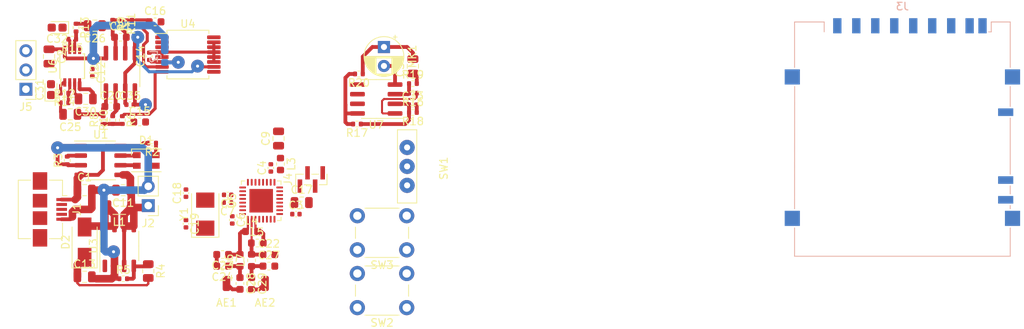
<source format=kicad_pcb>
(kicad_pcb (version 20211014) (generator pcbnew)
  (layers (0 "F.Cu" signal) (31 "B.Cu" signal) (34 "B.Paste" user) (35 "F.Paste" user) (36 "B.SilkS" user "B.Silkscreen") (37 "F.SilkS" user "F.Silkscreen") (38 "B.Mask" user) (39 "F.Mask" user) (44 "Edge.Cuts" user))
  (net 0 "")
  (net 1 "Net-(AE1-Pad1)")
  (net 2 "Net-(AE2-Pad1)")
  (net 3 "GND")
  (net 4 "+4V")
  (net 5 "+VSW")
  (net 6 "+6V")
  (net 7 "Net-(C14-Pad1)")
  (net 8 "Net-(C15-Pad1)")
  (net 9 "Net-(C16-Pad1)")
  (net 10 "Net-(C17-Pad1)")
  (net 11 "Net-(C18-Pad1)")
  (net 12 "Net-(C19-Pad1)")
  (net 13 "Net-(C20-Pad1)")
  (net 14 "Net-(C20-Pad2)")
  (net 15 "Net-(C21-Pad1)")
  (net 16 "Net-(C21-Pad2)")
  (net 17 "Net-(C22-Pad1)")
  (net 18 "Net-(C23-Pad1)")
  (net 19 "Net-(C24-Pad1)")
  (net 20 "Net-(C25-Pad2)")
  (net 21 "Net-(C26-Pad2)")
  (net 22 "Net-(C27-Pad1)")
  (net 23 "Net-(C30-Pad2)")
  (net 24 "Net-(C31-Pad1)")
  (net 25 "Net-(C31-Pad2)")
  (net 26 "Net-(C32-Pad1)")
  (net 27 "Net-(C32-Pad2)")
  (net 28 "Net-(C33-Pad1)")
  (net 29 "Net-(C34-Pad1)")
  (net 30 "Net-(C34-Pad2)")
  (net 32 "Net-(D2-Pad2)")
  (net 36 "Net-(J3-Pad1)")
  (net 37 "Net-(J3-Pad2)")
  (net 38 "Net-(J3-Pad7)")
  (net 41 "Net-(J4-Pad1)")
  (net 42 "Net-(J4-Pad2)")
  (net 43 "Net-(J4-Pad3)")
  (net 44 "Net-(L3-Pad2)")
  (net 45 "Net-(L4-Pad2)")
  (net 46 "Net-(R3-Pad2)")
  (net 47 "Net-(R4-Pad1)")
  (net 48 "Net-(R6-Pad1)")
  (net 49 "Net-(R7-Pad1)")
  (net 50 "Net-(R12-Pad2)")
  (net 51 "Net-(R13-Pad2)")
  (net 52 "/MIC")
  (net 53 "Net-(R16-Pad2)")
  (net 54 "Net-(U2-Pad5)")
  (net 55 "/PA_SDN")
  (net 56 "Net-(C1-Pad1)")
  (net 57 "Net-(D1-Pad1)")
  (net 58 "Net-(D1-Pad2)")
  (net 59 "Net-(D1-Pad4)")
  (net 60 "Net-(J3-Pad5)")
  (net 61 "Net-(SW1-PadA)")
  (net 62 "Net-(SW1-PadB)")
  (net 63 "Net-(SW1-PadC)")
  (net 64 "Net-(SW2-Pad2)")
  (net 65 "Net-(SW3-Pad2)")
  (net 66 "/ADC_BCK")
  (net 67 "/ADC_DATA")
  (net 68 "/ADC_LRCLK")
  (net 69 "/ADC_SCK")
  (footprint "Resistor_SMD:R_0402_1005Metric" (layer "F.Cu") (at 157.28 60.368)
    (fp_text reference "R19")
    (fp_text value "1k")
  )
  (footprint "Capacitor_SMD:C_0603_1608Metric" (layer "F.Cu") (at 132.22 82.918 180)
    (fp_text reference "C23")
    (fp_text value "1.2p")
  )
  (footprint "Capacitor_SMD:C_0603_1608Metric" (layer "F.Cu") (at 136.03 86.741 -90)
    (fp_text reference "C29")
    (fp_text value "12p")
  )
  (footprint "Package_SO:SOP-8_3.9x4.9mm_P1.27mm" (layer "F.Cu") (at 116.163 70.502)
    (fp_text reference "U1")
    (fp_text value "TP4056")
  )
  (footprint "Capacitor_SMD:C_0805_2012Metric" (layer "F.Cu") (at 139.586 67.612 90)
    (fp_text reference "C9")
    (fp_text value "10")
  )
  (footprint "Capacitor_SMD:C_0603_1608Metric" (layer "F.Cu") (at 134.506 86.728 -90)
    (fp_text reference "C28")
    (fp_text value "12p")
  )
  (footprint "Capacitor_SMD:C_0805_2012Metric" (layer "F.Cu") (at 112.1575 64.417 180)
    (fp_text reference "C25")
    (fp_text value "1uF")
  )
  (footprint "Capacitor_SMD:C_0805_2012Metric" (layer "F.Cu") (at 109.3635 56.795 -90)
    (fp_text reference "C2")
    (fp_text value "10")
  )
  (footprint "Resistor_SMD:R_0402_1005Metric" (layer "F.Cu") (at 111.3955 61.623 180)
    (fp_text reference "R14")
    (fp_text value "10k")
  )
  (footprint "Connector_USB:USB_Micro-B_Amphenol_10104110_Horizontal" (layer "F.Cu") (at 109.474 76.962 -90)
    (fp_text reference "J1")
    (fp_text value "USB_B_Micro")
  )
  (footprint "Connector_Wire:SolderWirePad_1x01_SMD_1x2mm" (layer "F.Cu") (at 132.728 86.728 180)
    (fp_text reference "AE1")
    (fp_text value ".")
  )
  (footprint "Resistor_SMD:R_0402_1005Metric" (layer "F.Cu") (at 157.278 61.638 180)
    (fp_text reference "R16")
    (fp_text value "100k")
  )
  (footprint "Resistor_SMD:R_0402_1005Metric" (layer "F.Cu") (at 157.278 64.178 180)
    (fp_text reference "R18")
    (fp_text value "100k")
  )
  (footprint "Resistor_SMD:R_0402_1005Metric" (layer "F.Cu") (at 150.168 59.098 180)
    (fp_text reference "R20")
    (fp_text value "10k")
  )
  (footprint "Capacitor_SMD:C_0402_1005Metric" (layer "F.Cu") (at 132.855 76.06 180)
    (fp_text reference "C7")
    (fp_text value "0.1")
  )
  (footprint "Resistor_SMD:R_0402_1005Metric" (layer "F.Cu") (at 119.126 86.106)
    (fp_text reference "R5")
    (fp_text value "10k")
  )
  (footprint "Capacitor_SMD:C_0402_1005Metric" (layer "F.Cu") (at 138.57 71.488 90)
    (fp_text reference "C4")
    (fp_text value "0.1")
  )
  (footprint "Resistor_SMD:R_0402_1005Metric" (layer "F.Cu") (at 119.0155 65.177 -90)
    (fp_text reference "R6")
    (fp_text value "33R")
  )
  (footprint "Package_SO:SOIC-8_3.9x4.9mm_P1.27mm" (layer "F.Cu") (at 118.7615 58.827 90)
    (fp_text reference "U2")
    (fp_text value "LM358")
  )
  (footprint "Capacitor_THT:CP_Radial_D5.0mm_P2.50mm" (layer "F.Cu") (at 153.468 55.542 -90)
    (fp_text reference "MK1")
    (fp_text value ".")
  )
  (footprint "Capacitor_Tantalum_SMD:CP_EIA-1608-08_AVX-J" (layer "F.Cu") (at 110.429 52.985 180)
    (fp_text reference "C32")
    (fp_text value "100uF")
  )
  (footprint "local:mouse_encoder" (layer "F.Cu") (at 156.516 71.29 90)
    (fp_text reference "SW1")
    (fp_text value "RotaryEncoder")
  )
  (footprint "Capacitor_SMD:C_0805_2012Metric" (layer "F.Cu") (at 114.1895 62.383 180)
    (fp_text reference "C30")
    (fp_text value "1uF")
  )
  (footprint "Capacitor_SMD:C_0402_1005Metric" (layer "F.Cu") (at 133.49 78.346 -90)
    (fp_text reference "C6")
    (fp_text value "0.1")
  )
  (footprint "Capacitor_SMD:C_0805_2012Metric" (layer "F.Cu") (at 114.046 85.852)
    (fp_text reference "C13")
    (fp_text value "10")
  )
  (footprint "Resistor_SMD:R_0402_1005Metric" (layer "F.Cu") (at 116.4755 65.177 90)
    (fp_text reference "R8")
    (fp_text value "33R")
  )
  (footprint "Capacitor_SMD:C_0402_1005Metric" (layer "F.Cu") (at 127.394 78.854 -90)
    (fp_text reference "C19")
    (fp_text value "20p")
  )
  (footprint "Crystal:Crystal_SMD_5032-2Pin_5.0x3.2mm" (layer "F.Cu") (at 129.934 77.584 90)
    (fp_text reference "Y1")
    (fp_text value "24M")
  )
  (footprint "Capacitor_SMD:C_0402_1005Metric" (layer "F.Cu") (at 115.062 58.928 -90)
    (fp_text reference "C12")
    (fp_text value "0.1")
  )
  (footprint "Capacitor_SMD:C_0805_2012Metric" (layer "F.Cu") (at 119.126 74.422 180)
    (fp_text reference "C11")
    (fp_text value "10")
  )
  (footprint "Capacitor_SMD:C_0603_1608Metric" (layer "F.Cu") (at 123.3335 52.223)
    (fp_text reference "C16")
    (fp_text value "0.33uF")
  )
  (footprint "Capacitor_SMD:C_0805_2012Metric" (layer "F.Cu") (at 114.046 74.422)
    (fp_text reference "C1")
    (fp_text value "10")
  )
  (footprint "Capacitor_Tantalum_SMD:CP_EIA-1608-08_AVX-J" (layer "F.Cu") (at 109.6175 61.1625 90)
    (fp_text reference "C31")
    (fp_text value "100uF")
  )
  (footprint "Inductor_SMD:L_0603_1608Metric" (layer "F.Cu") (at 136.03 79.87)
    (fp_text reference "L4")
    (fp_text value "15uH")
  )
  (footprint "Capacitor_SMD:C_0402_1005Metric" (layer "F.Cu") (at 141.872 77.584)
    (fp_text reference "C3")
    (fp_text value "0.1")
  )
  (footprint "Capacitor_SMD:C_0805_2012Metric" (layer "F.Cu") (at 115.3935 52.731 180)
    (fp_text reference "C26")
    (fp_text value "1uF")
  )
  (footprint "Diode_SMD:D_SMA" (layer "F.Cu") (at 114.046 81.28 90)
    (fp_text reference "D2")
    (fp_text value "1N5822")
  )
  (footprint "Resistor_SMD:R_0402_1005Metric" (layer "F.Cu") (at 112.9195 52.985 -90)
    (fp_text reference "R13")
    (fp_text value "10k")
  )
  (footprint "Connector_PinHeader_2.54mm:PinHeader_1x03_P2.54mm_Vertical" (layer "F.Cu") (at 106.3155 61.113 180)
    (fp_text reference "J5")
    (fp_text value "speakers")
  )
  (footprint "Capacitor_SMD:C_0603_1608Metric" (layer "F.Cu") (at 118.7615 54.255)
    (fp_text reference "C21")
    (fp_text value "470p")
  )
  (footprint "Capacitor_SMD:C_0402_1005Metric" (layer "F.Cu") (at 127.394 74.818 90)
    (fp_text reference "C18")
    (fp_text value "20p")
  )
  (footprint "Capacitor_SMD:C_0402_1005Metric" (layer "F.Cu") (at 122.5715 56.767 90)
    (fp_text reference "C14")
    (fp_text value "0.1")
  )
  (footprint "Package_DFN_QFN:HVQFN-32-1EP_5x5mm_P0.5mm_EP3.1x3.1mm" (layer "F.Cu") (at 137.3 75.819 90)
    (fp_text reference "U5")
    (fp_text value "CC2640")
  )
  (footprint "Capacitor_SMD:C_0402_1005Metric" (layer "F.Cu") (at 157.25 63.162)
    (fp_text reference "C33")
    (fp_text value "0.1")
  )
  (footprint "Capacitor_SMD:C_0603_1608Metric" (layer "F.Cu") (at 117.4915 63.399)
    (fp_text reference "C20")
    (fp_text value "470p")
  )
  (footprint "Connector_PinHeader_1.00mm:PinHeader_1x04_P1.00mm_Vertical_SMD_Pin1Left" (layer "F.Cu") (at 143.904 73.012 90)
    (fp_text reference "J4")
    (fp_text value "swd")
  )
  (footprint "Resistor_SMD:R_0402_1005Metric" (layer "F.Cu") (at 119.0155 52.477 -90)
    (fp_text reference "R11")
    (fp_text value "10k")
  )
  (footprint "Inductor_SMD:L_0603_1608Metric" (layer "F.Cu") (at 134.506 83.68 90)
    (fp_text reference "L6")
    (fp_text value "2uH")
  )
  (footprint "Capacitor_SMD:C_0805_2012Metric" (layer "F.Cu") (at 142.634 76.06)
    (fp_text reference "C17")
    (fp_text value "10uF")
  )
  (footprint "Capacitor_SMD:C_0603_1608Metric" (layer "F.Cu") (at 138.316 82.918)
    (fp_text reference "C22")
    (fp_text value "1.2p")
  )
  (footprint "Resistor_SMD:R_0402_1005Metric" (layer "F.Cu") (at 117.7455 65.177 90)
    (fp_text reference "R10")
    (fp_text value "10k")
  )
  (footprint "Connector_PinHeader_2.54mm:PinHeader_1x02_P2.54mm_Vertical" (layer "F.Cu") (at 122.428 76.459 180)
    (fp_text reference "J2")
    (fp_text value "battery")
  )
  (footprint "Resistor_SMD:R_0402_1005Metric" (layer "F.Cu") (at 120.2855 52.477 90)
    (fp_text reference "R7")
    (fp_text value "33R")
  )
  (footprint "Resistor_SMD:R_0805_2012Metric" (layer "F.Cu") (at 122.428 85.09 -90)
    (fp_text reference "R4")
    (fp_text value "22k")
  )
  (footprint "Inductor_SMD:L_1206_3216Metric" (layer "F.Cu") (at 118.618 76.708 180)
    (fp_text reference "L1")
    (fp_text value "47uH")
  )
  (footprint "Inductor_SMD:L_0603_1608Metric" (layer "F.Cu") (at 136.03 83.68 90)
    (fp_text reference "L7")
    (fp_text value "2uH")
  )
  (footprint "Capacitor_SMD:C_0805_2012Metric" (layer "F.Cu") (at 157.278 58.082 90)
    (fp_text reference "C34")
    (fp_text value "1uF")
  )
  (footprint "Button_Switch_THT:SW_PUSH_6mm" (layer "F.Cu") (at 156.464 89.916 180)
    (fp_text reference "SW2")
    (fp_text value "next")
  )
  (footprint "Inductor_SMD:L_0603_1608Metric" (layer "F.Cu") (at 136.792 81.394)
    (fp_text reference "L5")
    (fp_text value "15uH")
  )
  (footprint "Resistor_SMD:R_0402_1005Metric" (layer "F.Cu") (at 122.936 68.216 180)
    (fp_text reference "R2")
    (fp_text value "1k")
  )
  (footprint "Capacitor_SMD:C_0603_1608Metric" (layer "F.Cu") (at 121.3015 65.431)
    (fp_text reference "C15")
    (fp_text value "0.33uF")
  )
  (footprint "Capacitor_SMD:C_0603_1608Metric" (layer "F.Cu") (at 132.22 84.442 180)
    (fp_text reference "C24")
    (fp_text value "1.2p")
  )
  (footprint "Capacitor_SMD:C_0402_1005Metric" (layer "F.Cu") (at 120.0315 63.145)
    (fp_text reference "C35")
    (fp_text value "0.1")
  )
  (footprint "Package_SO:SOIC-8_3.9x4.9mm_P1.27mm" (layer "F.Cu") (at 152.452 62.4 180)
    (fp_text reference "U7")
    (fp_text value "LM358")
  )
  (footprint "Button_Switch_THT:SW_PUSH_6mm" (layer "F.Cu") (at 156.464 82.296 180)
    (fp_text reference "SW3")
    (fp_text value "play")
  )
  (footprint "Resistor_SMD:R_0402_1005Metric" (layer "F.Cu") (at 112.4135 54.509 180)
    (fp_text reference "R15")
    (fp_text value "10k")
  )
  (footprint "Package_SO:SSOP-16_5.3x6.2mm_P0.65mm" (layer "F.Cu") (at 127.6515 56.541)
    (fp_text reference "U4")
    (fp_text value "PCM1754")
  )
  (footprint "Resistor_SMD:R_0402_1005Metric" (layer "F.Cu") (at 111.3955 62.893)
    (fp_text reference "R12")
    (fp_text value "10k")
  )
  (footprint "Capacitor_SMD:C_0603_1608Metric" (layer "F.Cu") (at 138.316 84.442)
    (fp_text reference "C27")
    (fp_text value "1.2p")
  )
  (footprint "Resistor_SMD:R_0402_1005Metric" (layer "F.Cu") (at 149.914 65.702 180)
    (fp_text reference "R17")
    (fp_text value "100k")
  )
  (footprint "Resistor_SMD:R_0402_1005Metric" (layer "F.Cu") (at 117.7455 52.477 -90)
    (fp_text reference "R9")
    (fp_text value "33R")
  )
  (footprint "Inductor_SMD:L_0603_1608Metric" (layer "F.Cu") (at 139.84 70.98 -90)
    (fp_text reference "L3")
    (fp_text value "10uH")
  )
  (footprint "Package_SO:SOP-8_3.9x4.9mm_P1.27mm" (layer "F.Cu") (at 118.618 81.788 90)
    (fp_text reference "U3")
    (fp_text value "ME2149")
  )
  (footprint "Resistor_SMD:R_0402_1005Metric" (layer "F.Cu") (at 111.76 70.502 90)
    (fp_text reference "R3")
    (fp_text value "1k")
  )
  (footprint "Package_SO:TSSOP-8_3x3mm_P0.65mm" (layer "F.Cu") (at 112.4115 58.067 90)
    (fp_text reference "U6")
    (fp_text value "LM4810")
  )
  (footprint "LED_SMD:LED_Cree-PLCC4_3.2x2.8mm_CCW" (layer "F.Cu") (at 122.174 70.502)
    (fp_text reference "D1")
    (fp_text value "LED_RGBA")
  )
  (footprint "Connector_Wire:SolderWirePad_1x01_SMD_1x2mm" (layer "F.Cu") (at 137.808 86.728 180)
    (fp_text reference "AE2")
    (fp_text value ".")
  )
  (footprint "Capacitor_SMD:C_0402_1005Metric" (layer "F.Cu") (at 132.883 75.044 180)
    (fp_text reference "C5")
    (fp_text value "0.1")
  )
  (footprint "Connector_Card:SD_Hirose_DM1AA_SF_PEJ82" (layer "B.Cu") (at 221.742 67.6915 180)
    (fp_text reference "J3")
    (fp_text value "SD_Card")
  )
  (footprint "Inductor_SMD:L_0603_1608Metric" (layer "B.Cu") (at 124.6035 56.795 -90)
    (fp_text reference "L2")
    (fp_text value "470uH")
  )
  (segment (start 134.506 87.503) (end 133.503 87.503) (width 0.5) (layer "F.Cu") (net 1))
  (segment (start 133.503 87.503) (end 132.728 86.728) (width 0.5) (layer "F.Cu") (net 1))
  (segment (start 137.02 87.516) (end 137.808 86.728) (width 0.5) (layer "F.Cu") (net 2))
  (segment (start 136.03 87.516) (end 137.02 87.516) (width 0.5) (layer "F.Cu") (net 2))
  (segment (start 113.3865 61.072) (end 113.4275 61.113) (width 0.5) (layer "F.Cu") (net 3))
  (segment (start 113.4275 61.113) (end 114.6975 61.113) (width 0.5) (layer "F.Cu") (net 3))
  (segment (start 113.538 68.597) (end 110.727 68.597) (width 0.5) (layer "F.Cu") (net 3))
  (segment (start 120.6665 61.302) (end 120.6665 62.99) (width 0.5) (layer "F.Cu") (net 3))
  (segment (start 154.927 58.271) (end 154.698 58.042) (width 0.5) (layer "F.Cu") (net 3))
  (segment (start 113.3865 60.217) (end 113.3865 61.072) (width 0.5) (layer "F.Cu") (net 3))
  (segment (start 120.5115 63.145) (end 122.0635 63.145) (width 0.5) (layer "F.Cu") (net 3))
  (segment (start 117.602 86.106) (end 117.983 85.725) (width 1) (layer "F.Cu") (net 3))
  (segment (start 117.983 82.677) (end 117.856 82.55) (width 0.5) (layer "F.Cu") (net 3))
  (segment (start 111.885 71.137) (end 111.76 71.012) (width 0.5) (layer "F.Cu") (net 3))
  (segment (start 112.178 78.262) (end 112.492 77.948) (width 0.5) (layer "F.Cu") (net 3))
  (segment (start 113.538 71.137) (end 111.885 71.137) (width 0.5) (layer "F.Cu") (net 3))
  (segment (start 110.49 70.866) (end 110.49 68.834) (width 0.5) (layer "F.Cu") (net 3))
  (segment (start 117.983 82.423) (end 118.11 82.296) (width 1) (layer "F.Cu") (net 3))
  (segment (start 157.788 63.22) (end 157.73 63.162) (width 0.5) (layer "F.Cu") (net 3))
  (segment (start 154.698 58.042) (end 153.468 58.042) (width 0.5) (layer "F.Cu") (net 3))
  (segment (start 157.788 64.178) (end 157.788 63.22) (width 0.5) (layer "F.Cu") (net 3))
  (segment (start 115.57 86.106) (end 117.602 86.106) (width 1) (layer "F.Cu") (net 3))
  (segment (start 110.636 71.012) (end 110.49 70.866) (width 0.5) (layer "F.Cu") (net 3))
  (segment (start 111.024 78.262) (end 112.178 78.262) (width 0.5) (layer "F.Cu") (net 3))
  (segment (start 111.76 71.012) (end 110.636 71.012) (width 0.5) (layer "F.Cu") (net 3))
  (segment (start 114.996 76.774) (end 114.808 76.962) (width 1) (layer "F.Cu") (net 3))
  (segment (start 124.239 56.866) (end 124.239 56.216) (width 0.4) (layer "F.Cu") (net 3))
  (segment (start 131.445 84.442) (end 131.445 82.918) (width 0.5) (layer "F.Cu") (net 3))
  (segment (start 120.6665 62.99) (end 120.5115 63.145) (width 0.5) (layer "F.Cu") (net 3))
  (segment (start 154.927 60.495) (end 154.927 58.271) (width 0.5) (layer "F.Cu") (net 3))
  (segment (start 118.176 74.422) (end 114.996 74.422) (width 1) (layer "F.Cu") (net 3))
  (segment (start 114.6975 61.113) (end 115.1395 61.555) (width 0.5) (layer "F.Cu") (net 3))
  (segment (start 114.808 76.962) (end 112.776 76.962) (width 1) (layer "F.Cu") (net 3))
  (segment (start 114.996 74.422) (end 114.996 76.774) (width 1) (layer "F.Cu") (net 3))
  (segment (start 115.1395 61.555) (end 115.1395 62.383) (width 0.5) (layer "F.Cu") (net 3))
  (segment (start 122.6425 56.216) (end 122.5715 56.287) (width 0.4) (layer "F.Cu") (net 3))
  (segment (start 112.446489 77.291511) (end 112.446489 77.948) (width 1) (layer "F.Cu") (net 3))
  (segment (start 124.239 56.216) (end 131.064 56.216) (width 0.4) (layer "F.Cu") (net 3))
  (segment (start 118.616 86.106) (end 117.602 86.106) (width 0.5) (layer "F.Cu") (net 3))
  (segment (start 117.983 84.413) (end 117.983 82.423) (width 1) (layer "F.Cu") (net 3))
  (segment (start 112.776 76.962) (end 112.446489 77.291511) (width 1) (layer "F.Cu") (net 3))
  (segment (start 131.064 54.916) (end 131.064 57.516) (width 0.4) (layer "F.Cu") (net 3))
  (segment (start 117.983 85.725) (end 117.983 84.413) (width 1) (layer "F.Cu") (net 3))
  (segment (start 110.727 68.597) (end 110.49 68.834) (width 0.5) (layer "F.Cu") (net 3))
  (segment (start 124.239 56.216) (end 122.6425 56.216) (width 0.4) (layer "F.Cu") (net 3))
  (via (at 110.49 68.834) (size 1.7) (drill 0.4) (layers "F.Cu" "B.Cu") (net 3))
  (via (at 117.856 82.55) (size 1.7) (drill 0.4) (layers "F.Cu" "B.Cu") (net 3))
  (via (at 116.586 74.422) (size 1.7) (drill 0.4) (layers "F.Cu" "B.Cu") (net 3))
  (via (at 122.0635 63.145) (size 1.7) (drill 0.4) (layers "F.Cu" "B.Cu") (net 3))
  (segment (start 121.666 68.834) (end 110.49 68.834) (width 1) (layer "B.Cu") (net 3))
  (segment (start 122.428 69.596) (end 121.666 68.834) (width 1) (layer "B.Cu") (net 3))
  (segment (start 116.84 82.55) (end 117.856 82.55) (width 1) (layer "B.Cu") (net 3))
  (segment (start 116.586 74.422) (end 121.925 74.422) (width 1) (layer "B.Cu") (net 3))
  (segment (start 122.428 73.919) (end 122.428 69.596) (width 1) (layer "B.Cu") (net 3))
  (segment (start 121.925 74.422) (end 122.428 73.919) (width 1) (layer "B.Cu") (net 3))
  (segment (start 116.586 74.422) (end 116.586 82.296) (width 1) (layer "B.Cu") (net 3))
  (segment (start 116.586 82.296) (end 116.84 82.55) (width 1) (layer "B.Cu") (net 3))
  (segment (start 120.076 72.832) (end 119.651 72.407) (width 1) (layer "F.Cu") (net 4))
  (segment (start 120.193 74.539) (end 120.076 74.422) (width 1) (layer "F.Cu") (net 4))
  (segment (start 120.076 76.591) (end 120.193 76.708) (width 1) (layer "F.Cu") (net 4))
  (segment (start 120.523 77.038) (end 120.193 76.708) (width 1) (layer "F.Cu") (net 4))
  (segment (start 119.253 84.413) (end 119.253 79.163) (width 0.5) (layer "F.Cu") (net 4))
  (segment (start 119.253 77.648) (end 120.193 76.708) (width 1) (layer "F.Cu") (net 4))
  (segment (start 120.076 74.422) (end 120.076 72.832) (width 1) (layer "F.Cu") (net 4))
  (segment (start 119.253 79.163) (end 120.523 79.163) (width 1) (layer "F.Cu") (net 4))
  (segment (start 120.193 76.708) (end 122.179 76.708) (width 1) (layer "F.Cu") (net 4))
  (segment (start 119.253 79.163) (end 119.253 77.648) (width 1) (layer "F.Cu") (net 4))
  (segment (start 120.523 79.163) (end 120.523 77.038) (width 1) (layer "F.Cu") (net 4))
  (segment (start 120.193 76.708) (end 120.193 74.539) (width 1) (layer "F.Cu") (net 4))
  (segment (start 119.651 72.407) (end 119.086 72.407) (width 1) (layer "F.Cu") (net 4))
  (segment (start 122.179 76.708) (end 122.428 76.459) (width 1) (layer "F.Cu") (net 4))
  (segment (start 148.388 63.162) (end 148.388 59.606) (width 0.5) (layer "F.Cu") (net 6))
  (segment (start 113.096 85.852) (end 113.096 84.23) (width 1) (layer "F.Cu") (net 6))
  (segment (start 113.096 86.68) (end 113.37152 86.95552) (width 0.3) (layer "F.Cu") (net 6))
  (segment (start 109.3635 55.845) (end 111.3645 55.845) (width 0.5) (layer "F.Cu") (net 6))
  (segment (start 116.8565 56.922) (end 116.7295 57.049) (width 0.5) (layer "F.Cu") (net 6))
  (segment (start 122.428 86.7645) (end 122.428 86.0025) (width 0.3) (layer "F.Cu") (net 6))
  (segment (start 148.388 63.162) (end 148.388 65.448) (width 0.5) (layer "F.Cu") (net 6))
  (segment (start 115.2055 57.049) (end 111.6495 57.049) (width 0.5) (layer "F.Cu") (net 6))
  (segment (start 148.388 59.606) (end 148.896 59.098) (width 0.5) (layer "F.Cu") (net 6))
  (segment (start 149.977 64.305) (end 148.515 64.305) (width 0.5) (layer "F.Cu") (net 6))
  (segment (start 122.23698 86.95552) (end 122.428 86.7645) (width 0.3) (layer "F.Cu") (net 6))
  (segment (start 148.642 65.702) (end 149.404 65.702) (width 0.5) (layer "F.Cu") (net 6))
  (segment (start 113.096 85.852) (end 113.096 86.68) (width 0.3) (layer "F.Cu") (net 6))
  (segment (start 111.4365 56.836) (end 111.4365 55.917) (width 0.5) (layer "F.Cu") (net 6))
  (segment (start 113.37152 86.95552) (end 122.23698 86.95552) (width 0.3) (layer "F.Cu") (net 6))
  (segment (start 111.3645 55.845) (end 111.4365 55.917) (width 0.5) (layer "F.Cu") (net 6))
  (segment (start 113.096 84.23) (end 114.046 83.28) (width 1) (layer "F.Cu") (net 6))
  (segment (start 148.388 65.448) (end 148.642 65.702) (width 0.5) (layer "F.Cu") (net 6))
  (segment (start 148.896 59.098) (end 149.658 59.098) (width 0.5) (layer "F.Cu") (net 6))
  (segment (start 148.388 64.178) (end 148.388 63.162) (width 0.5) (layer "F.Cu") (net 6))
  (segment (start 116.8565 56.352) (end 116.8565 56.922) (width 0.5) (layer "F.Cu") (net 6))
  (segment (start 111.6495 57.049) (end 111.4365 56.836) (width 0.5) (layer "F.Cu") (net 6))
  (segment (start 116.7295 57.049) (end 115.2055 57.049) (width 0.5) (layer "F.Cu") (net 6))
  (segment (start 148.515 64.305) (end 148.388 64.178) (width 0.5) (layer "F.Cu") (net 6))
  (via (at 115.2055 57.049) (size 1.7) (drill 0.4) (layers "F.Cu" "B.Cu") (net 6))
  (segment (start 123.053989 52.705489) (end 115.739011 52.705489) (width 1) (layer "B.Cu") (net 6))
  (segment (start 115.739011 52.705489) (end 115.2055 53.239) (width 1) (layer "B.Cu") (net 6))
  (segment (start 123.5875 53.239) (end 123.053989 52.705489) (width 1) (layer "B.Cu") (net 6))
  (segment (start 124.6035 54.255) (end 123.5875 53.239) (width 1) (layer "B.Cu") (net 6))
  (segment (start 115.2055 53.239) (end 115.2055 57.049) (width 1) (layer "B.Cu") (net 6))
  (segment (start 124.6035 56.0075) (end 124.6035 54.255) (width 1) (layer "B.Cu") (net 6))
  (segment (start 124.6035 54.255) (end 123.053989 52.705489) (width 1) (layer "B.Cu") (net 6))
  (segment (start 122.8405 57.516) (end 122.5715 57.247) (width 0.4) (layer "F.Cu") (net 7))
  (segment (start 126.3405 57.516) (end 126.3815 57.557) (width 0.4) (layer "F.Cu") (net 7))
  (segment (start 124.239 57.516) (end 126.3405 57.516) (width 0.4) (layer "F.Cu") (net 7))
  (segment (start 124.239 57.516) (end 122.8405 57.516) (width 0.4) (layer "F.Cu") (net 7))
  (via (at 126.3815 57.557) (size 1.7) (drill 0.4) (layers "F.Cu" "B.Cu") (net 7))
  (segment (start 126.356 57.5825) (end 126.3815 57.557) (width 0.5) (layer "B.Cu") (net 7))
  (segment (start 124.6035 57.5825) (end 126.356 57.5825) (width 0.5) (layer "B.Cu") (net 7))
  (segment (start 116.4755 65.687) (end 119.0155 65.687) (width 0.5) (layer "F.Cu") (net 8))
  (segment (start 119.0155 51.967) (end 120.2855 51.967) (width 0.4) (layer "F.Cu") (net 9))
  (segment (start 117.7455 51.967) (end 119.0155 51.967) (width 0.4) (layer "F.Cu") (net 9))
  (segment (start 120.2855 51.967) (end 122.3025 51.967) (width 0.4) (layer "F.Cu") (net 9))
  (segment (start 122.3025 51.967) (end 122.5585 52.223) (width 0.4) (layer "F.Cu") (net 9))
  (segment (start 116.4755 64.667) (end 116.4755 63.64) (width 0.5) (layer "F.Cu") (net 13))
  (segment (start 116.8565 63.259) (end 116.7165 63.399) (width 0.5) (layer "F.Cu") (net 13))
  (segment (start 116.8565 61.302) (end 116.8565 63.259) (width 0.5) (layer "F.Cu") (net 13))
  (segment (start 116.4755 63.64) (end 116.7165 63.399) (width 0.5) (layer "F.Cu") (net 13))
  (segment (start 116.2255 64.417) (end 116.4755 64.667) (width 0.5) (layer "F.Cu") (net 13))
  (segment (start 113.1075 64.417) (end 116.2255 64.417) (width 0.5) (layer "F.Cu") (net 13))
  (segment (start 118.2665 63.894) (end 117.7455 64.415) (width 0.5) (layer "F.Cu") (net 14))
  (segment (start 118.1265 63.259) (end 118.2665 63.399) (width 0.5) (layer "F.Cu") (net 14))
  (segment (start 118.1265 61.302) (end 118.1265 63.259) (width 0.5) (layer "F.Cu") (net 14))
  (segment (start 117.7455 64.415) (end 117.7455 64.667) (width 0.5) (layer "F.Cu") (net 14))
  (segment (start 118.2665 63.399) (end 118.2665 63.894) (width 0.5) (layer "F.Cu") (net 14))
  (segment (start 116.5995 52.987) (end 116.3435 52.731) (width 0.5) (layer "F.Cu") (net 15))
  (segment (start 118.1265 56.352) (end 118.1265 54.395) (width 0.5) (layer "F.Cu") (net 15))
  (segment (start 117.7455 54.014) (end 117.9865 54.255) (width 0.5) (layer "F.Cu") (net 15))
  (segment (start 118.1265 54.395) (end 117.9865 54.255) (width 0.5) (layer "F.Cu") (net 15))
  (segment (start 117.7455 52.987) (end 117.7455 54.014) (width 0.5) (layer "F.Cu") (net 15))
  (segment (start 117.7455 52.987) (end 116.5995 52.987) (width 0.5) (layer "F.Cu") (net 15))
  (segment (start 119.0155 52.987) (end 119.0155 53.239) (width 0.5) (layer "F.Cu") (net 16))
  (segment (start 119.3965 54.395) (end 119.5365 54.255) (width 0.5) (layer "F.Cu") (net 16))
  (segment (start 119.3965 56.352) (end 119.3965 54.395) (width 0.5) (layer "F.Cu") (net 16))
  (segment (start 119.0155 53.239) (end 119.5365 53.76) (width 0.5) (layer "F.Cu") (net 16))
  (segment (start 119.5365 53.76) (end 119.5365 54.255) (width 0.5) (layer "F.Cu") (net 16))
  (segment (start 136.03 81.4195) (end 136.0045 81.394) (width 0.5) (layer "F.Cu") (net 17))
  (segment (start 136.0045 81.394) (end 136.03952 81.35898) (width 0.28) (layer "F.Cu") (net 17))
  (segment (start 137.541 82.918) (end 136.0555 82.918) (width 0.5) (layer "F.Cu") (net 17))
  (segment (start 136.03952 81.35898) (end 136.03952 78.26698) (width 0.28) (layer "F.Cu") (net 17))
  (segment (start 136.0555 82.918) (end 136.03 82.8925) (width 0.5) (layer "F.Cu") (net 17))
  (segment (start 136.03952 78.26698) (end 136.05 78.2565) (width 0.28) (layer "F.Cu") (net 17))
  (segment (start 136.03 82.8925) (end 136.03 81.4195) (width 0.5) (layer "F.Cu") (net 17))
  (segment (start 134.506 80.137) (end 134.773 79.87) (width 0.5) (layer "F.Cu") (net 18))
  (segment (start 135.55 79.5625) (end 135.2425 79.87) (width 0.3) (layer "F.Cu") (net 18))
  (segment (start 135.55 78.2565) (end 135.55 79.5625) (width 0.3) (layer "F.Cu") (net 18))
  (segment (start 134.773 79.87) (end 135.2425 79.87) (width 0.5) (layer "F.Cu") (net 18))
  (segment (start 134.506 82.8925) (end 134.506 80.137) (width 0.5) (layer "F.Cu") (net 18))
  (segment (start 132.995 82.918) (end 134.4805 82.918) (width 0.5) (layer "F.Cu") (net 18))
  (segment (start 134.4805 82.918) (end 134.506 82.8925) (width 0.5) (layer "F.Cu") (net 18))
  (segment (start 134.4805 84.442) (end 134.506 84.4675) (width 0.5) (layer "F.Cu") (net 19))
  (segment (start 134.506 85.953) (end 134.506 84.4675) (width 0.5) (layer "F.Cu") (net 19))
  (segment (start 132.995 84.442) (end 134.4805 84.442) (width 0.5) (layer "F.Cu") (net 19))
  (segment (start 110.8855 62.893) (end 110.8855 64.095) (width 0.4) (layer "F.Cu") (net 20))
  (segment (start 110.8855 64.095) (end 111.2075 64.417) (width 0.4) (layer "F.Cu") (net 20))
  (segment (start 114.1875 52.475) (end 114.4435 52.731) (width 0.5) (layer "F.Cu") (net 21))
  (segment (start 112.9195 52.475) (end 114.1875 52.475) (width 0.5) (layer "F.Cu") (net 21))
  (segment (start 136.03 85.966) (end 136.03 84.4675) (width 0.5) (layer "F.Cu") (net 22))
  (segment (start 137.541 84.442) (end 136.0555 84.442) (width 0.5) (layer "F.Cu") (net 22))
  (segment (start 136.0555 84.442) (end 136.03 84.4675) (width 0.5) (layer "F.Cu") (net 22))
  (segment (start 112.7365 61.628) (end 113.2395 62.131) (width 0.4) (layer "F.Cu") (net 23))
  (segment (start 112.7365 60.217) (end 112.7365 61.628) (width 0.4) (layer "F.Cu") (net 23))
  (segment (start 111.2755 60.217) (end 110.8855 60.607) (width 0.4) (layer "F.Cu") (net 24))
  (segment (start 111.4365 60.217) (end 111.2755 60.217) (width 0.4) (layer "F.Cu") (net 24))
  (segment (start 110.8855 60.607) (end 110.8855 61.623) (width 0.4) (layer "F.Cu") (net 24))
  (segment (start 112.0865 54.692) (end 111.9035 54.509) (width 0.4) (layer "F.Cu") (net 26))
  (segment (start 112.0865 55.917) (end 112.0865 54.692) (width 0.4) (layer "F.Cu") (net 26))
  (segment (start 156.77 64.176) (end 156.768 64.178) (width 0.5) (layer "F.Cu") (net 28))
  (segment (start 154.927 63.035) (end 156.643 63.035) (width 0.5) (layer "F.Cu") (net 28))
  (segment (start 156.768 64.178) (end 156.768 65.196) (width 0.5) (layer "F.Cu") (net 28))
  (segment (start 156.643 63.035) (end 156.77 63.162) (width 0.5) (layer "F.Cu") (net 28))
  (segment (start 156.77 63.162) (end 156.77 64.176) (width 0.5) (layer "F.Cu") (net 28))
  (segment (start 156.768 65.196) (end 156.262 65.702) (width 0.5) (layer "F.Cu") (net 28))
  (segment (start 156.262 65.702) (end 150.424 65.702) (width 0.5) (layer "F.Cu") (net 28))
  (segment (start 157.79 60.368) (end 157.79 59.544) (width 0.5) (layer "F.Cu") (net 29))
  (segment (start 157.79 59.544) (end 157.278 59.032) (width 0.5) (layer "F.Cu") (net 29))
  (segment (start 156.516 55.542) (end 153.468 55.542) (width 0.5) (layer "F.Cu") (net 30))
  (segment (start 150.678 56.808) (end 151.944 55.542) (width 0.5) (layer "F.Cu") (net 30))
  (segment (start 157.278 56.304) (end 156.516 55.542) (width 0.5) (layer "F.Cu") (net 30))
  (segment (start 150.678 59.098) (end 150.678 56.808) (width 0.5) (layer "F.Cu") (net 30))
  (segment (start 157.278 57.132) (end 157.278 56.304) (width 0.5) (layer "F.Cu") (net 30))
  (segment (start 151.944 55.542) (end 153.468 55.542) (width 0.5) (layer "F.Cu") (net 30))
  (segment (start 116.713 77.038) (end 117.043 76.708) (width 1) (layer "F.Cu") (net 32))
  (segment (start 117.983 79.163) (end 117.983 77.648) (width 1) (layer "F.Cu") (net 32))
  (segment (start 116.713 79.163) (end 114.183 79.163) (width 1) (layer "F.Cu") (net 32))
  (segment (start 116.713 79.163) (end 116.713 77.038) (width 1) (layer "F.Cu") (net 32))
  (segment (start 117.983 77.648) (end 117.043 76.708) (width 1) (layer "F.Cu") (net 32))
  (segment (start 114.183 79.163) (end 114.046 79.026) (width 1) (layer "F.Cu") (net 32))
  (segment (start 117.983 79.163) (end 116.713 79.163) (width 1) (layer "F.Cu") (net 32))
  (segment (start 136.55 78.2565) (end 136.55 79.6025) (width 0.3) (layer "F.Cu") (net 45))
  (segment (start 137.5795 80.1625) (end 137.287 79.87) (width 0.5) (layer "F.Cu") (net 45))
  (segment (start 137.287 79.87) (end 136.8175 79.87) (width 0.5) (layer "F.Cu") (net 45))
  (segment (start 136.55 79.6025) (end 136.8175 79.87) (width 0.3) (layer "F.Cu") (net 45))
  (segment (start 137.5795 81.394) (end 137.5795 80.1625) (width 0.5) (layer "F.Cu") (net 45))
  (segment (start 111.885 69.867) (end 111.76 69.992) (width 0.5) (layer "F.Cu") (net 46))
  (segment (start 113.538 69.867) (end 111.885 69.867) (width 0.5) (layer "F.Cu") (net 46))
  (segment (start 120.396 86.106) (end 119.636 86.106) (width 0.5) (layer "F.Cu") (net 47))
  (segment (start 120.5885 84.4785) (end 120.523 84.413) (width 0.5) (layer "F.Cu") (net 47))
  (segment (start 122.682 84.4785) (end 120.5885 84.4785) (width 0.5) (layer "F.Cu") (net 47))
  (segment (start 120.523 85.979) (end 120.396 86.106) (width 0.5) (layer "F.Cu") (net 47))
  (segment (start 120.523 84.413) (end 120.523 85.979) (width 0.5) (layer "F.Cu") (net 47))
  (segment (start 122.5715 64.415) (end 123.3335 63.653) (width 0.4) (layer "F.Cu") (net 48))
  (segment (start 119.2675 64.415) (end 122.5715 64.415) (width 0.4) (layer "F.Cu") (net 48))
  (segment (start 119.0155 64.667) (end 119.2675 64.415) (width 0.4) (layer "F.Cu") (net 48))
  (segment (start 123.3335 63.653) (end 123.3335 58.827) (width 0.4) (layer "F.Cu") (net 48))
  (segment (start 120.2875 52.985) (end 120.2855 52.987) (width 0.4) (layer "F.Cu") (net 49))
  (segment (start 122.297011 53.726511) (end 121.5555 52.985) (width 0.4) (layer "F.Cu") (net 49))
  (segment (start 121.8095 55.260076) (end 122.297011 54.772565) (width 0.4) (layer "F.Cu") (net 49))
  (segment (start 121.8095 57.811) (end 121.8095 55.260076) (width 0.4) (layer "F.Cu") (net 49))
  (segment (start 122.1645 58.166) (end 121.8095 57.811) (width 0.4) (layer "F.Cu") (net 49))
  (segment (start 122.297011 54.772565) (end 122.297011 53.726511) (width 0.4) (layer "F.Cu") (net 49))
  (segment (start 121.5555 52.985) (end 120.2875 52.985) (width 0.4) (layer "F.Cu") (net 49))
  (segment (start 124.239 58.166) (end 122.1645 58.166) (width 0.4) (layer "F.Cu") (net 49))
  (segment (start 112.0865 61.442) (end 111.9055 61.623) (width 0.4) (layer "F.Cu") (net 50))
  (segment (start 111.9055 61.623) (end 111.9055 62.893) (width 0.4) (layer "F.Cu") (net 50))
  (segment (start 112.0865 60.217) (end 112.0865 61.442) (width 0.4) (layer "F.Cu") (net 50))
  (segment (start 112.7365 55.917) (end 112.7365 54.696) (width 0.4) (layer "F.Cu") (net 51))
  (segment (start 112.9235 53.499) (end 112.9195 53.495) (width 0.5) (layer "F.Cu") (net 51))
  (segment (start 112.9235 54.509) (end 112.9235 53.499) (width 0.5) (layer "F.Cu") (net 51))
  (segment (start 112.7365 54.696) (end 112.9235 54.509) (width 0.4) (layer "F.Cu") (net 51))
  (segment (start 153.468 62.4) (end 153.214 62.654) (width 0.26) (layer "F.Cu") (net 52))
  (segment (start 157.532 62.4) (end 153.468 62.4) (width 0.26) (layer "F.Cu") (net 52))
  (segment (start 157.788 61.638) (end 157.788 62.144) (width 0.26) (layer "F.Cu") (net 52))
  (segment (start 157.788 62.144) (end 157.532 62.4) (width 0.26) (layer "F.Cu") (net 52))
  (segment (start 154.927 64.305) (end 153.341 64.305) (width 0.26) (layer "F.Cu") (net 52))
  (segment (start 153.214 63.924) (end 153.214 64.178) (width 0.26) (layer "F.Cu") (net 52))
  (segment (start 153.214 62.654) (end 153.214 63.924) (width 0.26) (layer "F.Cu") (net 52))
  (segment (start 153.341 64.305) (end 153.214 64.178) (width 0.26) (layer "F.Cu") (net 52))
  (segment (start 156.641 61.765) (end 156.768 61.638) (width 0.5) (layer "F.Cu") (net 53))
  (segment (start 154.927 61.765) (end 156.641 61.765) (width 0.5) (layer "F.Cu") (net 53))
  (segment (start 156.77 60.368) (end 156.77 61.636) (width 0.5) (layer "F.Cu") (net 53))
  (segment (start 156.77 61.636) (end 156.768 61.638) (width 0.5) (layer "F.Cu") (net 53))
  (segment (start 120.6665 56.352) (end 120.6665 54.636) (width 0.5) (layer "F.Cu") (net 54))
  (segment (start 120.6665 57.684) (end 120.6665 56.352) (width 0.5) (layer "F.Cu") (net 54))
  (segment (start 131.064 58.166) (end 129.0225 58.166) (width 0.4) (layer "F.Cu") (net 54))
  (segment (start 129.0225 58.166) (end 128.9215 58.065) (width 0.4) (layer "F.Cu") (net 54))
  (segment (start 119.3965 61.302) (end 119.3965 62.99) (width 0.5) (layer "F.Cu") (net 54))
  (segment (start 120.6665 54.636) (end 121.0475 54.255) (width 0.5) (layer "F.Cu") (net 54))
  (segment (start 119.3965 62.99) (end 119.5515 63.145) (width 0.5) (layer "F.Cu") (net 54))
  (segment (start 119.3965 61.302) (end 119.3965 58.954) (width 0.5) (layer "F.Cu") (net 54))
  (segment (start 119.3965 58.954) (end 120.6665 57.684) (width 0.5) (layer "F.Cu") (net 54))
  (via (at 128.9215 58.065) (size 1.7) (drill 0.4) (layers "F.Cu" "B.Cu") (net 54))
  (via (at 121.0475 54.255) (size 1.7) (drill 0.4) (layers "F.Cu" "B.Cu") (net 54))
  (segment (start 128.179989 58.806511) (end 122.551011 58.806511) (width 0.4) (layer "B.Cu") (net 54))
  (segment (start 128.9215 58.065) (end 128.179989 58.806511) (width 0.4) (layer "B.Cu") (net 54))
  (segment (start 122.551011 58.806511) (end 121.0475 57.303) (width 0.4) (layer "B.Cu") (net 54))
  (segment (start 121.0475 57.303) (end 121.0475 54.255) (width 0.4) (layer "B.Cu") (net 54))
  (segment (start 113.096 75.372) (end 112.806 75.662) (width 1) (layer "F.Cu") (net 56))
  (segment (start 121.414 68.597) (end 116.842 68.597) (width 0.5) (layer "F.Cu") (net 56))
  (segment (start 113.096 72.849) (end 113.538 72.407) (width 1) (layer "F.Cu") (net 56))
  (segment (start 111.024 75.662) (end 112.806 75.662) (width 0.5) (layer "F.Cu") (net 56))
  (segment (start 113.096 74.422) (end 113.096 72.849) (width 1) (layer "F.Cu") (net 56))
  (segment (start 116.461 71.772) (end 115.826 72.407) (width 0.5) (layer "F.Cu") (net 56))
  (segment (start 113.096 74.422) (end 113.096 75.372) (width 1) (layer "F.Cu") (net 56))
  (segment (start 116.842 68.597) (end 116.461 68.978) (width 0.5) (layer "F.Cu") (net 56))
  (segment (start 121.795 68.216) (end 121.414 68.597) (width 0.5) (layer "F.Cu") (net 56))
  (segment (start 122.426 68.216) (end 121.795 68.216) (width 0.5) (layer "F.Cu") (net 56))
  (segment (start 115.826 72.407) (end 113.836 72.407) (width 0.5) (layer "F.Cu") (net 56))
  (segment (start 116.461 68.978) (end 116.461 71.772) (width 0.5) (layer "F.Cu") (net 56))
  (segment (start 118.788 69.867) (end 120.859 69.867) (width 0.5) (layer "F.Cu") (net 57))
  (segment (start 120.859 69.867) (end 120.924 69.802) (width 0.5) (layer "F.Cu") (net 57))
  (segment (start 118.788 71.137) (end 120.859 71.137) (width 0.5) (layer "F.Cu") (net 58))
  (segment (start 120.859 71.137) (end 120.924 71.202) (width 0.5) (layer "F.Cu") (net 58))
  (segment (start 123.446 69.78) (end 123.424 69.802) (width 0.5) (layer "F.Cu") (net 59))
  (segment (start 123.446 68.216) (end 123.446 69.78) (width 0.5) (layer "F.Cu") (net 59))
)
</source>
